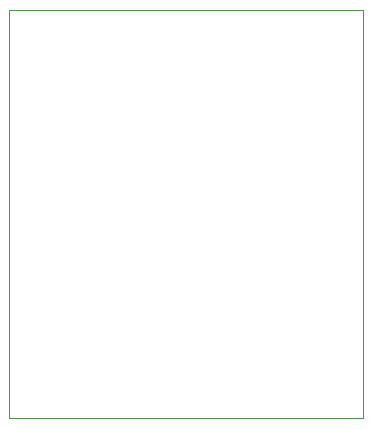
<source format=gbr>
%TF.GenerationSoftware,KiCad,Pcbnew,(6.0.11)*%
%TF.CreationDate,2023-02-04T12:58:06-05:00*%
%TF.ProjectId,h_bridge,685f6272-6964-4676-952e-6b696361645f,rev?*%
%TF.SameCoordinates,Original*%
%TF.FileFunction,Profile,NP*%
%FSLAX46Y46*%
G04 Gerber Fmt 4.6, Leading zero omitted, Abs format (unit mm)*
G04 Created by KiCad (PCBNEW (6.0.11)) date 2023-02-04 12:58:06*
%MOMM*%
%LPD*%
G01*
G04 APERTURE LIST*
%TA.AperFunction,Profile*%
%ADD10C,0.100000*%
%TD*%
G04 APERTURE END LIST*
D10*
X145796000Y-121920000D02*
X145796000Y-87376000D01*
X115824000Y-121920000D02*
X145796000Y-121920000D01*
X115824000Y-87376000D02*
X115824000Y-121920000D01*
X145796000Y-87376000D02*
X115824000Y-87376000D01*
M02*

</source>
